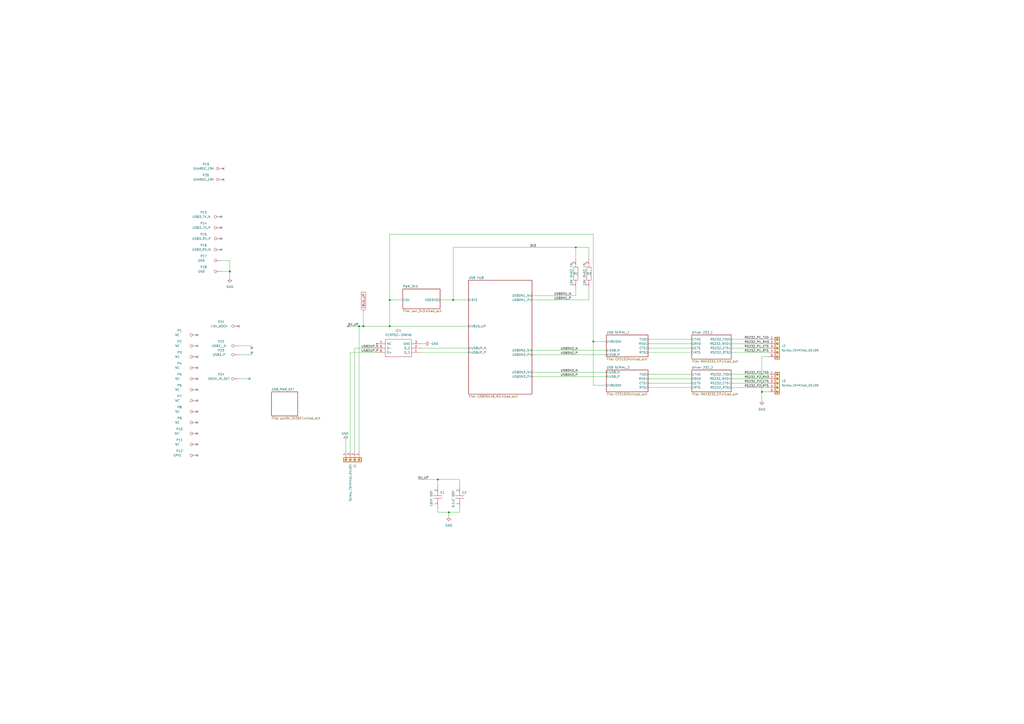
<source format=kicad_sch>
(kicad_sch (version 20211123) (generator eeschema)
  (paper "A2")
  (title_block (title "DOCK USB"))
  (lib_symbols
    (symbol "Connector:Screw_Terminal_01x04" (pin_names (offset 1.016) hide)
      (property "Reference" "J?" (at 2.54 0.0001 0))
      (property "Value" "Screw_Terminal_01x04" (at 2.54 -2.5399 0))
      (symbol "Screw_Terminal_01x04_1_1"
        (rectangle (start -1.27 3.81) (end 1.27 -6.35) (stroke (width 0.254)) (fill (type background)))
        (circle (center 0 -5.08) (radius 0.635) (stroke (width 0.1524)))
        (circle (center 0 -2.54) (radius 0.635) (stroke (width 0.1524)))
        (polyline (pts (xy -0.5334 -4.7498) (xy 0.3302 -5.588)) (stroke (width 0.1524)))
        (polyline (pts (xy -0.5334 -2.2098) (xy 0.3302 -3.048)) (stroke (width 0.1524)))
        (polyline (pts (xy -0.5334 0.3302) (xy 0.3302 -0.508)) (stroke (width 0.1524)))
        (polyline (pts (xy -0.5334 2.8702) (xy 0.3302 2.032)) (stroke (width 0.1524)))
        (polyline (pts (xy -0.3556 -4.572) (xy 0.508 -5.4102)) (stroke (width 0.1524)))
        (polyline (pts (xy -0.3556 -2.032) (xy 0.508 -2.8702)) (stroke (width 0.1524)))
        (polyline (pts (xy -0.3556 0.508) (xy 0.508 -0.3302)) (stroke (width 0.1524)))
        (polyline (pts (xy -0.3556 3.048) (xy 0.508 2.2098)) (stroke (width 0.1524)))
        (circle (center 0 0) (radius 0.635) (stroke (width 0.1524)))
        (circle (center 0 2.54) (radius 0.635) (stroke (width 0.1524)))
        (pin passive line (at -5.08 2.54 0) (length 3.81) (name "Pin_1") (number "1"))
        (pin passive line (at -5.08 0 0) (length 3.81) (name "Pin_2") (number "2"))
        (pin passive line (at -5.08 -2.54 0) (length 3.81) (name "Pin_3") (number "3"))
        (pin passive line (at -5.08 -5.08 0) (length 3.81) (name "Pin_4") (number "4"))
      )
    )
    (symbol "Connector:Screw_Terminal_01x05" (pin_names (offset 1.016) hide)
      (property "Reference" "J?" (at 2.54 1.2701 0))
      (property "Value" "Screw_Terminal_01x05" (at 2.54 -1.2699 0))
      (symbol "Screw_Terminal_01x05_1_1"
        (rectangle (start -1.27 6.35) (end 1.27 -6.35) (stroke (width 0.254)) (fill (type background)))
        (circle (center 0 -5.08) (radius 0.635) (stroke (width 0.1524)))
        (circle (center 0 -2.54) (radius 0.635) (stroke (width 0.1524)))
        (polyline (pts (xy -0.5334 -4.7498) (xy 0.3302 -5.588)) (stroke (width 0.1524)))
        (polyline (pts (xy -0.5334 -2.2098) (xy 0.3302 -3.048)) (stroke (width 0.1524)))
        (polyline (pts (xy -0.5334 0.3302) (xy 0.3302 -0.508)) (stroke (width 0.1524)))
        (polyline (pts (xy -0.5334 2.8702) (xy 0.3302 2.032)) (stroke (width 0.1524)))
        (polyline (pts (xy -0.5334 5.4102) (xy 0.3302 4.572)) (stroke (width 0.1524)))
        (polyline (pts (xy -0.3556 -4.572) (xy 0.508 -5.4102)) (stroke (width 0.1524)))
        (polyline (pts (xy -0.3556 -2.032) (xy 0.508 -2.8702)) (stroke (width 0.1524)))
        (polyline (pts (xy -0.3556 0.508) (xy 0.508 -0.3302)) (stroke (width 0.1524)))
        (polyline (pts (xy -0.3556 3.048) (xy 0.508 2.2098)) (stroke (width 0.1524)))
        (polyline (pts (xy -0.3556 5.588) (xy 0.508 4.7498)) (stroke (width 0.1524)))
        (circle (center 0 0) (radius 0.635) (stroke (width 0.1524)))
        (circle (center 0 2.54) (radius 0.635) (stroke (width 0.1524)))
        (circle (center 0 5.08) (radius 0.635) (stroke (width 0.1524)))
        (pin passive line (at -5.08 5.08 0) (length 3.81) (name "Pin_1") (number "1"))
        (pin passive line (at -5.08 2.54 0) (length 3.81) (name "Pin_2") (number "2"))
        (pin passive line (at -5.08 0 0) (length 3.81) (name "Pin_3") (number "3"))
        (pin passive line (at -5.08 -2.54 0) (length 3.81) (name "Pin_4") (number "4"))
        (pin passive line (at -5.08 -5.08 0) (length 3.81) (name "Pin_5") (number "5"))
      )
    )
    (symbol "Connector:TestPoint" (pin_numbers hide) (pin_names (offset 0.762) hide)
      (property "Reference" "TP" (at 0 6.858 0))
      (property "Value" "TestPoint" (at 0 5.08 0))
      (symbol "TestPoint_0_1"
        (circle (center 0 3.302) (radius 0.762))
      )
      (symbol "TestPoint_1_1"
        (pin passive line (at 0 0 90) (length 2.54) (name "1") (number "1"))
      )
    )
    (symbol "global_lib:AC0402FR-0710KL" (pin_names (offset 0.762))
      (property "Reference" "R" (at 13.97 6.35 0))
      (property "Value" "AC0402FR-0710KL" (at 13.97 3.81 0))
      (symbol "AC0402FR-0710KL_0_0"
        (pin passive line (at 0 0 0) (length 5.08) (name "~") (number "1"))
        (pin passive line (at 17.78 0 180) (length 5.08) (name "~") (number "2"))
      )
      (symbol "AC0402FR-0710KL_0_1"
        (polyline (pts (xy 5.08 1.27) (xy 12.7 1.27) (xy 12.7 -1.27) (xy 5.08 -1.27) (xy 5.08 1.27)) (stroke (width 0.1524)))
      )
    )
    (symbol "global_lib:ECMF02-2AMX6" (pin_names (offset 0.762))
      (property "Reference" "IC" (at 21.59 7.62 0))
      (property "Value" "ECMF02-2AMX6" (at 21.59 5.08 0))
      (symbol "ECMF02-2AMX6_0_0"
        (pin passive line (at 0 0 0) (length 5.08) (name "D_1") (number "1"))
        (pin passive line (at 0 -2.54 0) (length 5.08) (name "D_2") (number "2"))
        (pin passive line (at 0 -5.08 0) (length 5.08) (name "GND") (number "3"))
        (pin no_connect line (at 25.4 -5.08 180) (length 5.08) (name "NC") (number "4"))
        (pin passive line (at 25.4 -2.54 180) (length 5.08) (name "D-") (number "5"))
        (pin passive line (at 25.4 0 180) (length 5.08) (name "D+") (number "6"))
      )
      (symbol "ECMF02-2AMX6_0_1"
        (polyline (pts (xy 5.08 2.54) (xy 20.32 2.54) (xy 20.32 -7.62) (xy 5.08 -7.62) (xy 5.08 2.54)) (stroke (width 0.1524)))
      )
    )
    (symbol "my_cap:06035C104MAT2A" (pin_names (offset 0.762))
      (property "Reference" "C" (at 8.89 6.35 0))
      (property "Value" "06035C104MAT2A" (at 8.89 3.81 0))
      (symbol "06035C104MAT2A_0_0"
        (pin passive line (at 0 0 0) (length 5.08) (name "~") (number "1"))
        (pin passive line (at 12.7 0 180) (length 5.08) (name "~") (number "2"))
      )
      (symbol "06035C104MAT2A_0_1"
        (polyline (pts (xy 5.08 0) (xy 5.588 0)) (stroke (width 0.1524)))
        (polyline (pts (xy 5.588 2.54) (xy 5.588 -2.54)) (stroke (width 0.1524)))
        (polyline (pts (xy 7.112 0) (xy 7.62 0)) (stroke (width 0.1524)))
        (polyline (pts (xy 7.112 2.54) (xy 7.112 -2.54)) (stroke (width 0.1524)))
      )
    )
    (symbol "my_cap:885012206089" (pin_names (offset 0.762))
      (property "Reference" "C" (at 8.89 6.35 0))
      (property "Value" "885012206089" (at 8.89 3.81 0))
      (symbol "885012206089_0_0"
        (pin passive line (at 0 0 0) (length 5.08) (name "~") (number "1"))
        (pin passive line (at 12.7 0 180) (length 5.08) (name "~") (number "2"))
      )
      (symbol "885012206089_0_1"
        (polyline (pts (xy 5.08 0) (xy 5.588 0)) (stroke (width 0.1524)))
        (polyline (pts (xy 5.588 2.54) (xy 5.588 -2.54)) (stroke (width 0.1524)))
        (polyline (pts (xy 7.112 0) (xy 7.62 0)) (stroke (width 0.1524)))
        (polyline (pts (xy 7.112 2.54) (xy 7.112 -2.54)) (stroke (width 0.1524)))
      )
    )
    (symbol "power:GND" (power) (pin_names (offset 0))
      (property "Value" "GND" (at 0 -3.81 0))
      (symbol "GND_0_1"
        (polyline (pts (xy 0 0) (xy 0 -1.27) (xy 1.27 -1.27) (xy 0 -2.54) (xy -1.27 -1.27) (xy 0 -1.27)))
      )
      (symbol "GND_1_1"
        (pin power_in line (at 0 0 270) (length 0) hide (name "GND") (number "1"))
      )
    )
  )
  (bus_alias "OCS" (members "N1" "N2" "N3" "N4"))
  (bus_alias "USB_PWR" (members "P1" "P2" "P3" "P4"))
  (junction (at 133.35 157.48))
  (junction (at 344.17 198.12))
  (junction (at 208.28 189.23))
  (junction (at 262.89 173.99))
  (junction (at 226.06 189.23))
  (junction (at 441.96 227.33))
  (junction (at 226.06 173.99))
  (junction (at 260.35 297.18))
  (junction (at 210.82 189.23))
  (junction (at 334.01 143.51))
  (junction (at 254 278.13))
  (no_connect (at 114.3 238.76))
  (no_connect (at 114.3 245.11))
  (no_connect (at 114.3 264.16))
  (no_connect (at 146.05 204.47))
  (no_connect (at 146.05 201.93))
  (no_connect (at 144.78 219.71))
  (no_connect (at 138.43 189.23))
  (no_connect (at 201.93 189.23))
  (no_connect (at 114.3 251.46))
  (no_connect (at 114.3 257.81))
  (no_connect (at 128.27 125.73))
  (no_connect (at 128.27 132.08))
  (no_connect (at 128.27 144.78))
  (no_connect (at 128.27 138.43))
  (no_connect (at 114.3 219.71))
  (no_connect (at 114.3 207.01))
  (no_connect (at 114.3 213.36))
  (no_connect (at 114.3 226.06))
  (no_connect (at 114.3 232.41))
  (no_connect (at 114.3 200.66))
  (no_connect (at 114.3 194.31))
  (no_connect (at 129.54 97.79))
  (no_connect (at 129.54 104.14))
  (wire (pts (xy 233.68 173.99) (xy 226.06 173.99)))
  (wire (pts (xy 375.92 196.85) (xy 401.32 196.85)))
  (wire (pts (xy 254 278.13) (xy 254 281.94)))
  (wire (pts (xy 308.61 205.74) (xy 351.79 205.74)))
  (wire (pts (xy 308.61 171.45) (xy 334.01 171.45)))
  (wire (pts (xy 205.74 201.93) (xy 218.44 201.93)))
  (wire (pts (xy 133.35 157.48) (xy 133.35 161.29)))
  (wire (pts (xy 266.7 294.64) (xy 266.7 297.18)))
  (wire (pts (xy 128.27 151.13) (xy 133.35 151.13)))
  (wire (pts (xy 254 278.13) (xy 266.7 278.13)))
  (wire (pts (xy 424.18 222.25) (xy 445.77 222.25)))
  (wire (pts (xy 308.61 215.9) (xy 351.79 215.9)))
  (wire (pts (xy 205.74 201.93) (xy 205.74 261.62)))
  (wire (pts (xy 208.28 189.23) (xy 208.28 261.62)))
  (wire (pts (xy 424.18 204.47) (xy 445.77 204.47)))
  (wire (pts (xy 201.93 189.23) (xy 208.28 189.23)))
  (wire (pts (xy 260.35 297.18) (xy 254 297.18)))
  (wire (pts (xy 243.84 204.47) (xy 271.78 204.47)))
  (wire (pts (xy 334.01 143.51) (xy 334.01 149.86)))
  (wire (pts (xy 375.92 217.17) (xy 401.32 217.17)))
  (wire (pts (xy 308.61 218.44) (xy 351.79 218.44)))
  (wire (pts (xy 146.05 204.47) (xy 146.05 205.74)))
  (wire (pts (xy 226.06 173.99) (xy 226.06 135.89)))
  (wire (pts (xy 375.92 201.93) (xy 401.32 201.93)))
  (wire (pts (xy 146.05 205.74) (xy 138.43 205.74)))
  (wire (pts (xy 262.89 173.99) (xy 262.89 143.51)))
  (wire (pts (xy 424.18 224.79) (xy 445.77 224.79)))
  (wire (pts (xy 203.2 204.47) (xy 203.2 261.62)))
  (wire (pts (xy 375.92 204.47) (xy 401.32 204.47)))
  (wire (pts (xy 375.92 219.71) (xy 401.32 219.71)))
  (wire (pts (xy 203.2 204.47) (xy 218.44 204.47)))
  (wire (pts (xy 138.43 219.71) (xy 144.78 219.71)))
  (wire (pts (xy 334.01 167.64) (xy 334.01 171.45)))
  (wire (pts (xy 341.63 143.51) (xy 341.63 149.86)))
  (wire (pts (xy 262.89 173.99) (xy 271.78 173.99)))
  (wire (pts (xy 445.77 207.01) (xy 441.96 207.01)))
  (wire (pts (xy 375.92 224.79) (xy 401.32 224.79)))
  (wire (pts (xy 133.35 151.13) (xy 133.35 157.48)))
  (wire (pts (xy 341.63 167.64) (xy 341.63 173.99)))
  (wire (pts (xy 128.27 157.48) (xy 133.35 157.48)))
  (wire (pts (xy 226.06 135.89) (xy 344.17 135.89)))
  (wire (pts (xy 242.57 278.13) (xy 254 278.13)))
  (wire (pts (xy 441.96 227.33) (xy 445.77 227.33)))
  (wire (pts (xy 308.61 173.99) (xy 341.63 173.99)))
  (wire (pts (xy 266.7 297.18) (xy 260.35 297.18)))
  (wire (pts (xy 344.17 198.12) (xy 351.79 198.12)))
  (wire (pts (xy 441.96 207.01) (xy 441.96 227.33)))
  (wire (pts (xy 243.84 201.93) (xy 271.78 201.93)))
  (wire (pts (xy 210.82 180.34) (xy 210.82 189.23)))
  (wire (pts (xy 344.17 135.89) (xy 344.17 198.12)))
  (wire (pts (xy 344.17 223.52) (xy 344.17 198.12)))
  (wire (pts (xy 441.96 227.33) (xy 441.96 232.41)))
  (wire (pts (xy 424.18 199.39) (xy 445.77 199.39)))
  (wire (pts (xy 334.01 143.51) (xy 341.63 143.51)))
  (wire (pts (xy 424.18 219.71) (xy 445.77 219.71)))
  (wire (pts (xy 243.84 199.39) (xy 246.38 199.39)))
  (wire (pts (xy 351.79 223.52) (xy 344.17 223.52)))
  (wire (pts (xy 424.18 217.17) (xy 445.77 217.17)))
  (wire (pts (xy 262.89 143.51) (xy 334.01 143.51)))
  (wire (pts (xy 375.92 222.25) (xy 401.32 222.25)))
  (wire (pts (xy 308.61 203.2) (xy 351.79 203.2)))
  (wire (pts (xy 266.7 281.94) (xy 266.7 278.13)))
  (wire (pts (xy 375.92 199.39) (xy 401.32 199.39)))
  (wire (pts (xy 424.18 196.85) (xy 445.77 196.85)))
  (wire (pts (xy 146.05 200.66) (xy 138.43 200.66)))
  (wire (pts (xy 254 297.18) (xy 254 294.64)))
  (wire (pts (xy 200.66 255.27) (xy 200.66 261.62)))
  (wire (pts (xy 271.78 189.23) (xy 226.06 189.23)))
  (wire (pts (xy 260.35 297.18) (xy 260.35 299.72)))
  (wire (pts (xy 146.05 201.93) (xy 146.05 200.66)))
  (wire (pts (xy 424.18 201.93) (xy 445.77 201.93)))
  (wire (pts (xy 226.06 173.99) (xy 226.06 189.23)))
  (wire (pts (xy 255.27 173.99) (xy 262.89 173.99)))
  (wire (pts (xy 226.06 189.23) (xy 210.82 189.23)))
  (wire (pts (xy 208.28 189.23) (xy 210.82 189.23)))
  (label "RS232_P2_RTS" (at 431.8 224.79 0))
  (label "USB2UP_N" (at 209.55 201.93 0))
  (label "3V3" (at 307.34 143.51 0))
  (label "USBDN2_P" (at 325.12 205.74 0))
  (label "USBDN1_P" (at 321.31 173.99 0))
  (label "5V_UP" (at 201.93 189.23 0))
  (label "RS232_P2_CTS" (at 431.8 222.25 0))
  (label "RS232_P2_RXD" (at 431.8 219.71 0))
  (label "USBDN1_N" (at 321.31 171.45 0))
  (label "RS232_P1_RXD" (at 431.8 199.39 0))
  (label "RS232_P1_RTS" (at 431.8 204.47 0))
  (label "USBDN3_P" (at 325.12 218.44 0))
  (label "USBDN3_N" (at 325.12 215.9 0))
  (label "USB2UP_P" (at 209.55 204.47 0))
  (label "RS232_P1_TXD" (at 431.8 196.85 0))
  (label "5V_UP" (at 242.57 278.13 0))
  (label "USBDN2_N" (at 325.12 203.2 0))
  (label "RS232_P2_TXD" (at 431.8 217.17 0))
  (label "RS232_P1_CTS" (at 431.8 201.93 0))
  (global_label "VBUS_UP" (shape input) (at 210.82 180.34 90) (property "Intersheet References" "${INTERSHEET_REFS}" (effects hide)))
  (symbol (lib_id "Connector:TestPoint") (at 128.27 144.78 90) (unit 1) (in_bom no)
    (property "Reference" "P16" (at 118.11 142.24 90))
    (property "Value" "USB3_RX_N" (at 116.84 144.78 90))
    (property "Footprint" "TestPoint:TestPoint_Pad_1.5x1.5mm" (effects hide))
  )
  (symbol (lib_id "Connector:TestPoint") (at 128.27 138.43 90) (unit 1) (in_bom no)
    (property "Reference" "P15" (at 118.11 135.89 90))
    (property "Value" "USB3_RX_P" (at 116.84 138.43 90))
    (property "Footprint" "TestPoint:TestPoint_Pad_1.5x1.5mm" (effects hide))
  )
  (symbol (lib_id "Connector:TestPoint") (at 128.27 157.48 90) (unit 1) (in_bom no)
    (property "Reference" "P18" (at 118.11 154.94 90))
    (property "Value" "GND" (at 116.84 157.48 90))
    (property "Footprint" "TestPoint:TestPoint_Pad_1.5x1.5mm" (effects hide))
  )
  (symbol (lib_id "Connector:TestPoint") (at 128.27 151.13 90) (unit 1) (in_bom no)
    (property "Reference" "P17" (at 118.11 148.59 90))
    (property "Value" "GND" (at 116.84 151.13 90))
    (property "Footprint" "TestPoint:TestPoint_Pad_1.5x1.5mm" (effects hide))
  )
  (symbol (lib_id "Connector:TestPoint") (at 138.43 219.71 90) (unit 1) (in_bom no)
    (property "Reference" "P24" (at 128.27 217.17 90))
    (property "Value" "DOCK_IN_DET" (at 127 219.71 90))
    (property "Footprint" "TestPoint:TestPoint_Pad_1.5x1.5mm" (effects hide))
  )
  (symbol (lib_id "power:GND") (at 200.66 255.27 180) (unit 1)
    (property "Reference" "#PWR02" (effects hide))
    (property "Value" "GND" (at 198.12 251.46 0) (effects (justify right)))
  )
  (symbol (lib_id "global_lib:ECMF02-2AMX6") (at 243.84 204.47 180) (unit 1)
    (property "Reference" "IC1" (at 231.14 191.77 0))
    (property "Value" "ECMF02-2AMX6" (at 231.14 194.31 0))
    (property "Footprint" "SON50P150X170X55-6N-D" (effects hide))
    (property "Datasheet" "http://www.st.com/content/ccc/resource/technical/document/datasheet/3a/28/cf/d0/31/63/48/8c/CD00282307.pdf/files/CD00282307.pdf/jcr:content/translations/en.CD00282307.pdf" (effects hide))
    (property "Description" "Common Mode Filter & ESD Prot. USB uQFN6 STMicroelectronics ECMF02 Series, Signal Filter, 200mA uQFN SMD, Flat Contact Termination, 1.8 x 1.6 x 0.5mm" (effects hide))
    (property "Height" "0.55" (effects hide))
    (property "Manufacturer_Name" "STMicroelectronics" (effects hide))
    (property "Manufacturer_Part_Number" "ECMF02-2AMX6" (effects hide))
    (property "Mouser Part Number" "511-ECMF02-2AMX6" (effects hide))
    (property "Mouser Price/Stock" "https://www.mouser.co.uk/ProductDetail/STMicroelectronics/ECMF02-2AMX6?qs=raAh8RbVwI65u5gmT42%2Flg%3D%3D" (effects hide))
    (property "Arrow Part Number" "ECMF02-2AMX6" (effects hide))
    (property "Arrow Price/Stock" "https://www.arrow.com/en/products/ecmf02-2amx6/stmicroelectronics?region=nac" (effects hide))
  )
  (symbol (lib_id "Connector:TestPoint") (at 114.3 232.41 90) (unit 1) (in_bom no)
    (property "Reference" "P7" (at 104.14 229.87 90))
    (property "Value" "NC" (at 102.87 232.41 90))
    (property "Footprint" "TestPoint:TestPoint_Pad_1.5x1.5mm" (effects hide))
  )
  (symbol (lib_id "Connector:Screw_Terminal_01x05") (at 450.85 201.93 0) (unit 1) (in_bom no)
    (property "Reference" "J2" (at 453.39 200.6599 0) (effects (justify left)))
    (property "Value" "Screw_Terminal_01x05" (at 453.39 203.1999 0) (effects (justify left)))
    (property "Footprint" "Connector_PinHeader_2.00mm:PinHeader_1x05_P2.00mm_Vertical" (effects hide))
  )
  (symbol (lib_id "Connector:TestPoint") (at 114.3 200.66 90) (unit 1) (in_bom no)
    (property "Reference" "P2" (at 104.14 198.12 90))
    (property "Value" "NC" (at 102.87 200.66 90))
    (property "Footprint" "TestPoint:TestPoint_Pad_1.5x1.5mm" (effects hide))
  )
  (symbol (lib_id "Connector:TestPoint") (at 138.43 200.66 90) (unit 1) (in_bom no)
    (property "Reference" "P22" (at 128.27 198.12 90))
    (property "Value" "USB2__N" (at 127 200.66 90))
    (property "Footprint" "TestPoint:TestPoint_Pad_1.5x1.5mm" (effects hide))
  )
  (symbol (lib_id "Connector:Screw_Terminal_01x05") (at 450.85 222.25 0) (unit 1) (in_bom no)
    (property "Reference" "J3" (at 453.39 220.9799 0) (effects (justify left)))
    (property "Value" "Screw_Terminal_01x05" (at 453.39 223.5199 0) (effects (justify left)))
    (property "Footprint" "Connector_PinHeader_2.00mm:PinHeader_1x05_P2.00mm_Vertical" (effects hide))
  )
  (symbol (lib_id "Connector:TestPoint") (at 114.3 219.71 90) (unit 1) (in_bom no)
    (property "Reference" "P5" (at 104.14 217.17 90))
    (property "Value" "NC" (at 102.87 219.71 90))
    (property "Footprint" "TestPoint:TestPoint_Pad_1.5x1.5mm" (effects hide))
  )
  (symbol (lib_id "power:GND") (at 441.96 232.41 0) (unit 1)
    (property "Reference" "#PWR05" (effects hide))
    (property "Value" "GND" (at 441.96 237.49 0))
  )
  (symbol (lib_id "Connector:Screw_Terminal_01x04") (at 205.74 266.7 270) (unit 1) (in_bom no)
    (property "Reference" "J1" (at 205.7401 269.24 0) (effects (justify left)))
    (property "Value" "Screw_Terminal_01x04" (at 203.2001 269.24 0) (effects (justify left)))
    (property "Footprint" "Connector_PinHeader_2.00mm:PinHeader_1x04_P2.00mm_Vertical" (effects hide))
  )
  (symbol (lib_id "Connector:TestPoint") (at 129.54 104.14 90) (unit 1) (in_bom no)
    (property "Reference" "P20" (at 119.38 101.6 90))
    (property "Value" "GHARGE_19V" (at 118.11 104.14 90))
    (property "Footprint" "TestPoint:TestPoint_Pad_1.5x1.5mm" (effects hide))
  )
  (symbol (lib_id "power:GND") (at 246.38 199.39 90) (unit 1)
    (property "Reference" "#PWR03" (effects hide))
    (property "Value" "GND" (at 250.19 199.3899 90) (effects (justify right)))
  )
  (symbol (lib_id "Connector:TestPoint") (at 114.3 194.31 90) (unit 1) (in_bom no)
    (property "Reference" "P1" (at 104.14 191.77 90))
    (property "Value" "NC" (at 102.87 194.31 90))
    (property "Footprint" "TestPoint:TestPoint_Pad_1.5x1.5mm" (effects hide))
  )
  (symbol (lib_id "Connector:TestPoint") (at 114.3 264.16 90) (unit 1) (in_bom no)
    (property "Reference" "P12" (at 104.14 261.62 90))
    (property "Value" "GPIO" (at 102.87 264.16 90))
    (property "Footprint" "TestPoint:TestPoint_Pad_1.5x1.5mm" (effects hide))
  )
  (symbol (lib_id "my_cap:885012206089") (at 254 294.64 90) (unit 1)
    (property "Reference" "C1" (at 255.27 285.75 90) (effects (justify right)))
    (property "Value" "10nF 50V" (at 250.19 284.48 0) (effects (justify right)))
    (property "Footprint" "C_0603_1608Metric" (effects hide))
    (property "Datasheet" "https://katalog.we-online.com/pbs/datasheet/885012206089.pdf" (effects hide))
    (property "Description" "Wurth Elektronik 0603 WCAP-CSGP 10nF Ceramic Multilayer Capacitor, 50 V dc, +125C, X7R Dielectric, +/-10%" (effects hide))
    (property "Height" "0.87" (effects hide))
    (property "Manufacturer_Name" "Wurth Elektronik" (effects hide))
    (property "Manufacturer_Part_Number" "885012206089" (effects hide))
    (property "Mouser Part Number" "710-885012206089" (effects hide))
    (property "Mouser Price/Stock" "https://www.mouser.co.uk/ProductDetail/Wurth-Elektronik/885012206089?qs=0KOYDY2FL28GvSbKh319Tw%3D%3D" (effects hide))
  )
  (symbol (lib_id "my_cap:06035C104MAT2A") (at 266.7 294.64 90) (unit 1)
    (property "Reference" "C2" (at 267.97 285.75 90) (effects (justify right)))
    (property "Value" "0.1uF 50V" (at 262.89 284.48 0) (effects (justify right)))
    (property "Footprint" "C_0603_1608Metric" (effects hide))
    (property "Datasheet" "https://componentsearchengine.com/Datasheets/1/06031A100FAT2A.pdf" (effects hide))
    (property "Description" "Multilayer Ceramic Capacitors MLCC - SMD/SMT 50V .1uF X7R 0603 20%" (effects hide))
    (property "Height" "0.9" (effects hide))
    (property "Manufacturer_Name" "AVX" (effects hide))
    (property "Manufacturer_Part_Number" "06035C104MAT2A" (effects hide))
    (property "Mouser Part Number" "581-06035C104MAT2A" (effects hide))
    (property "Mouser Price/Stock" "https://www.mouser.co.uk/ProductDetail/AVX/06035C104MAT2A?qs=EbDiPP9peV9v4gP9vI6ssw%3D%3D" (effects hide))
    (property "Arrow Part Number" "06035C104MAT2A" (effects hide))
    (property "Arrow Price/Stock" "https://www.arrow.com/en/products/06035c104mat2a/avx" (effects hide))
  )
  (symbol (lib_id "Connector:TestPoint") (at 114.3 226.06 90) (unit 1) (in_bom no)
    (property "Reference" "P6" (at 104.14 223.52 90))
    (property "Value" "NC" (at 102.87 226.06 90))
    (property "Footprint" "TestPoint:TestPoint_Pad_1.5x1.5mm" (effects hide))
  )
  (symbol (lib_id "Connector:TestPoint") (at 128.27 125.73 90) (unit 1) (in_bom no)
    (property "Reference" "P13" (at 118.11 123.19 90))
    (property "Value" "USB3_TX_N" (at 116.84 125.73 90))
    (property "Footprint" "TestPoint:TestPoint_Pad_1.5x1.5mm" (effects hide))
  )
  (symbol (lib_id "Connector:TestPoint") (at 114.3 245.11 90) (unit 1) (in_bom no)
    (property "Reference" "P9" (at 104.14 242.57 90))
    (property "Value" "NC" (at 102.87 245.11 90))
    (property "Footprint" "TestPoint:TestPoint_Pad_1.5x1.5mm" (effects hide))
  )
  (symbol (lib_id "Connector:TestPoint") (at 114.3 257.81 90) (unit 1) (in_bom no)
    (property "Reference" "P11" (at 104.14 255.27 90))
    (property "Value" "NC" (at 102.87 257.81 90))
    (property "Footprint" "TestPoint:TestPoint_Pad_1.5x1.5mm" (effects hide))
  )
  (symbol (lib_id "Connector:TestPoint") (at 138.43 189.23 90) (unit 1) (in_bom no)
    (property "Reference" "P21" (at 128.27 186.69 90))
    (property "Value" "+5V_DOCK" (at 127 189.23 90))
    (property "Footprint" "TestPoint:TestPoint_Pad_1.5x1.5mm" (effects hide))
  )
  (symbol (lib_id "global_lib:AC0402FR-0710KL") (at 341.63 167.64 90) (unit 1)
    (property "Reference" "R2" (at 340.36 158.75 90) (effects (justify right)))
    (property "Value" "10K 0402 1%" (at 339.09 152.4 0) (effects (justify right)))
    (property "Footprint" "R_0402_1005Metric" (effects hide))
    (property "Datasheet" "https://www.yageo.com/upload/media/product/productsearch/datasheet/rchip/PYu-AC_51_RoHS_L_7.pdf" (effects hide))
    (property "Description" "Yageo 10k, 0402 Thick Film Resistor 1% 0.0625W - AC0402FR-0710KL" (effects hide))
    (property "Height" "0.37" (effects hide))
    (property "Manufacturer_Name" "YAGEO (PHYCOMP)" (effects hide))
    (property "Manufacturer_Part_Number" "AC0402FR-0710KL" (effects hide))
    (property "Mouser Part Number" "603-AC0402FR-0710KL" (effects hide))
    (property "Mouser Price/Stock" "https://www.mouser.co.uk/ProductDetail/Yageo/AC0402FR-0710KL?qs=yhV1fb9g%2FKYkR5U3B7upEQ%3D%3D" (effects hide))
    (property "Arrow Part Number" "AC0402FR-0710KL" (effects hide))
    (property "Arrow Price/Stock" "https://www.arrow.com/en/products/ac0402fr-0710kl/yageo" (effects hide))
  )
  (symbol (lib_id "Connector:TestPoint") (at 128.27 132.08 90) (unit 1) (in_bom no)
    (property "Reference" "P14" (at 118.11 129.54 90))
    (property "Value" "USB3_TX_P" (at 116.84 132.08 90))
    (property "Footprint" "TestPoint:TestPoint_Pad_1.5x1.5mm" (effects hide))
  )
  (symbol (lib_id "power:GND") (at 260.35 299.72 0) (unit 1)
    (property "Reference" "#PWR04" (effects hide))
    (property "Value" "GND" (at 260.35 304.8 0))
  )
  (symbol (lib_id "Connector:TestPoint") (at 129.54 97.79 90) (unit 1) (in_bom no)
    (property "Reference" "P19" (at 119.38 95.25 90))
    (property "Value" "GHARGE_19V" (at 118.11 97.79 90))
    (property "Footprint" "TestPoint:TestPoint_Pad_1.5x1.5mm" (effects hide))
  )
  (symbol (lib_id "power:GND") (at 133.35 161.29 0) (unit 1)
    (property "Reference" "#PWR01" (effects hide))
    (property "Value" "GND" (at 133.35 166.37 0))
  )
  (symbol (lib_id "Connector:TestPoint") (at 114.3 213.36 90) (unit 1) (in_bom no)
    (property "Reference" "P4" (at 104.14 210.82 90))
    (property "Value" "NC" (at 102.87 213.36 90))
    (property "Footprint" "TestPoint:TestPoint_Pad_1.5x1.5mm" (effects hide))
  )
  (symbol (lib_id "Connector:TestPoint") (at 114.3 238.76 90) (unit 1) (in_bom no)
    (property "Reference" "P8" (at 104.14 236.22 90))
    (property "Value" "NC" (at 102.87 238.76 90))
    (property "Footprint" "TestPoint:TestPoint_Pad_1.5x1.5mm" (effects hide))
  )
  (symbol (lib_id "global_lib:AC0402FR-0710KL") (at 334.01 167.64 90) (unit 1)
    (property "Reference" "R1" (at 332.74 158.75 90) (effects (justify right)))
    (property "Value" "10K 0402 1%" (at 331.47 152.4 0) (effects (justify right)))
    (property "Footprint" "R_0402_1005Metric" (effects hide))
    (property "Datasheet" "https://www.yageo.com/upload/media/product/productsearch/datasheet/rchip/PYu-AC_51_RoHS_L_7.pdf" (effects hide))
    (property "Description" "Yageo 10k, 0402 Thick Film Resistor 1% 0.0625W - AC0402FR-0710KL" (effects hide))
    (property "Height" "0.37" (effects hide))
    (property "Manufacturer_Name" "YAGEO (PHYCOMP)" (effects hide))
    (property "Manufacturer_Part_Number" "AC0402FR-0710KL" (effects hide))
    (property "Mouser Part Number" "603-AC0402FR-0710KL" (effects hide))
    (property "Mouser Price/Stock" "https://www.mouser.co.uk/ProductDetail/Yageo/AC0402FR-0710KL?qs=yhV1fb9g%2FKYkR5U3B7upEQ%3D%3D" (effects hide))
    (property "Arrow Part Number" "AC0402FR-0710KL" (effects hide))
    (property "Arrow Price/Stock" "https://www.arrow.com/en/products/ac0402fr-0710kl/yageo" (effects hide))
  )
  (symbol (lib_id "Connector:TestPoint") (at 138.43 205.74 90) (unit 1) (in_bom no)
    (property "Reference" "P23" (at 128.27 203.2 90))
    (property "Value" "USB2_P" (at 127 205.74 90))
    (property "Footprint" "TestPoint:TestPoint_Pad_1.5x1.5mm" (effects hide))
  )
  (symbol (lib_id "Connector:TestPoint") (at 114.3 251.46 90) (unit 1) (in_bom no)
    (property "Reference" "P10" (at 104.14 248.92 90))
    (property "Value" "NC'" (at 102.87 251.46 90))
    (property "Footprint" "TestPoint:TestPoint_Pad_1.5x1.5mm" (effects hide))
  )
  (symbol (lib_id "Connector:TestPoint") (at 114.3 207.01 90) (unit 1) (in_bom no)
    (property "Reference" "P3" (at 104.14 204.47 90))
    (property "Value" "NC" (at 102.87 207.01 90))
    (property "Footprint" "TestPoint:TestPoint_Pad_1.5x1.5mm" (effects hide))
  )
  (sheet (at 157.48 227.33) (size 15.24 13.97) (stroke (width 0.1524))
    (property "Sheet name" "USB_PWR_DET" (at 157.48 226.6184 0) (effects (justify left bottom)))
    (property "Sheet file" "pwr5V_3V3DET.kicad_sch" (at 157.48 241.8846 0) (effects (justify left top)))
  )
  (sheet (at 271.78 162.56) (size 36.83 66.04) (stroke (width 0.1524))
    (property "Sheet name" "USB HUB" (at 271.78 161.8484 0) (effects (justify left bottom)))
    (property "Sheet file" "USB2514B_M2.kicad_sch" (at 271.78 229.1846 0) (effects (justify left top)))
    (pin "3V3" input (at 271.78 173.99 180))
    (pin "USBUP_P" bidirectional (at 271.78 204.47 180))
    (pin "USBUP_N" bidirectional (at 271.78 201.93 180))
    (pin "USBDN1_N" bidirectional (at 308.61 171.45 0))
    (pin "USBDN1_P" bidirectional (at 308.61 173.99 0))
    (pin "USBDN2_N" bidirectional (at 308.61 203.2 0))
    (pin "USBDN2_P" bidirectional (at 308.61 205.74 0))
    (pin "USBDN3_N" bidirectional (at 308.61 215.9 0))
    (pin "USBDN3_P" bidirectional (at 308.61 218.44 0))
    (pin "VBUS_UP" input (at 271.78 189.23 180))
  )
  (sheet (at 401.32 214.63) (size 22.86 12.7) (stroke (width 0.1524))
    (property "Sheet name" "driver 232_2" (at 401.32 213.9184 0) (effects (justify left bottom)))
    (property "Sheet file" "MAX3232_EP.kicad_sch" (at 401.32 227.9146 0) (effects (justify left top)))
    (pin "RXD" output (at 401.32 219.71 180))
    (pin "CTS" output (at 401.32 222.25 180))
    (pin "TXD" input (at 401.32 217.17 180))
    (pin "RTS" input (at 401.32 224.79 180))
    (pin "RS232_RTS" output (at 424.18 224.79 0))
    (pin "RS232_TXD" output (at 424.18 217.17 0))
    (pin "RS232_RXD" input (at 424.18 219.71 0))
    (pin "RS232_CTS" input (at 424.18 222.25 0))
  )
  (sheet (at 351.79 194.31) (size 24.13 12.7) (stroke (width 0.1524))
    (property "Sheet name" "USB SERIAL_1" (at 351.79 193.5984 0) (effects (justify left bottom)))
    (property "Sheet file" "CP2102N.kicad_sch" (at 351.79 207.5946 0) (effects (justify left top)))
    (pin "USB_P" bidirectional (at 351.79 205.74 180))
    (pin "USB_N" bidirectional (at 351.79 203.2 180))
    (pin "VBUS5V" input (at 351.79 198.12 180))
    (pin "RTS" output (at 375.92 204.47 0))
    (pin "CTS" input (at 375.92 201.93 0))
    (pin "RXD" input (at 375.92 199.39 0))
    (pin "TXD" output (at 375.92 196.85 0))
  )
  (sheet (at 351.79 214.63) (size 24.13 12.7) (stroke (width 0.1524))
    (property "Sheet name" "USB SERIAL_2" (at 351.79 213.9184 0) (effects (justify left bottom)))
    (property "Sheet file" "CP2102N.kicad_sch" (at 351.79 227.9146 0) (effects (justify left top)))
    (pin "USB_P" bidirectional (at 351.79 218.44 180))
    (pin "USB_N" bidirectional (at 351.79 215.9 180))
    (pin "VBUS5V" input (at 351.79 223.52 180))
    (pin "RTS" output (at 375.92 224.79 0))
    (pin "CTS" input (at 375.92 222.25 0))
    (pin "RXD" input (at 375.92 219.71 0))
    (pin "TXD" output (at 375.92 217.17 0))
  )
  (sheet (at 233.68 167.64) (size 21.59 11.43) (stroke (width 0.1524))
    (property "Sheet name" "PWR_3V3" (at 233.68 166.9284 0) (effects (justify left bottom)))
    (property "Sheet file" "pwr_3v3.kicad_sch" (at 233.68 179.6546 0) (effects (justify left top)))
    (pin "VDD3V3" output (at 255.27 173.99 0))
    (pin "5V" input (at 233.68 173.99 180))
  )
  (sheet (at 401.32 194.31) (size 22.86 13.97) (stroke (width 0.1524))
    (property "Sheet name" "driver 232_1" (at 401.32 193.5984 0) (effects (justify left bottom)))
    (property "Sheet file" "MAX3232_EP.kicad_sch" (at 401.32 208.8646 0) (effects (justify left top)))
    (pin "RXD" output (at 401.32 199.39 180))
    (pin "CTS" output (at 401.32 201.93 180))
    (pin "TXD" input (at 401.32 196.85 180))
    (pin "RTS" input (at 401.32 204.47 180))
    (pin "RS232_RTS" output (at 424.18 204.47 0))
    (pin "RS232_TXD" output (at 424.18 196.85 0))
    (pin "RS232_RXD" input (at 424.18 199.39 0))
    (pin "RS232_CTS" input (at 424.18 201.93 0))
  )
)
</source>
